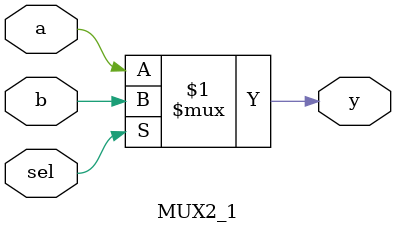
<source format=v>
`timescale 1ns / 1ps
module MUX2_1(y, a, b, sel);
    output y;
    input a;
    input b;
    input sel;
	 
	 assign y = sel ? b : a;


endmodule

</source>
